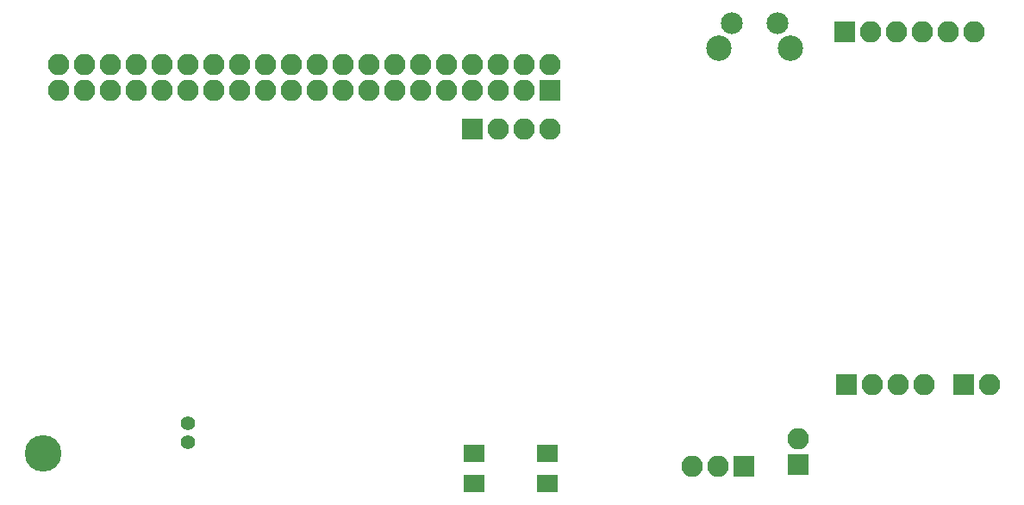
<source format=gbs>
G04 #@! TF.GenerationSoftware,KiCad,Pcbnew,5.0.0*
G04 #@! TF.CreationDate,2018-08-01T03:46:19+02:00*
G04 #@! TF.ProjectId,mokki-dev-board,6D6F6B6B692D6465762D626F6172642E,rev?*
G04 #@! TF.SameCoordinates,Original*
G04 #@! TF.FileFunction,Soldermask,Bot*
G04 #@! TF.FilePolarity,Negative*
%FSLAX46Y46*%
G04 Gerber Fmt 4.6, Leading zero omitted, Abs format (unit mm)*
G04 Created by KiCad (PCBNEW 5.0.0) date Wed Aug  1 03:46:19 2018*
%MOMM*%
%LPD*%
G01*
G04 APERTURE LIST*
%ADD10O,2.100000X2.100000*%
%ADD11R,2.100000X2.100000*%
%ADD12C,1.400000*%
%ADD13C,2.500000*%
%ADD14C,2.150000*%
%ADD15R,2.000000X1.800000*%
%ADD16C,3.600000*%
G04 APERTURE END LIST*
D10*
G04 #@! TO.C,SW1*
X166280000Y-126749000D03*
X168820000Y-126749000D03*
D11*
X171360000Y-126749000D03*
G04 #@! TD*
D10*
G04 #@! TO.C,J6*
X104050000Y-87220000D03*
X104050000Y-89760000D03*
X106590000Y-87220000D03*
X106590000Y-89760000D03*
X109130000Y-87220000D03*
X109130000Y-89760000D03*
X111670000Y-87220000D03*
X111670000Y-89760000D03*
X114210000Y-87220000D03*
X114210000Y-89760000D03*
X116750000Y-87220000D03*
X116750000Y-89760000D03*
X119290000Y-87220000D03*
X119290000Y-89760000D03*
X121830000Y-87220000D03*
X121830000Y-89760000D03*
X124370000Y-87220000D03*
X124370000Y-89760000D03*
X126910000Y-87220000D03*
X126910000Y-89760000D03*
X129450000Y-87220000D03*
X129450000Y-89760000D03*
X131990000Y-87220000D03*
X131990000Y-89760000D03*
X134530000Y-87220000D03*
X134530000Y-89760000D03*
X137070000Y-87220000D03*
X137070000Y-89760000D03*
X139610000Y-87220000D03*
X139610000Y-89760000D03*
X142150000Y-87220000D03*
X142150000Y-89760000D03*
X144690000Y-87220000D03*
X144690000Y-89760000D03*
X147230000Y-87220000D03*
X147230000Y-89760000D03*
X149770000Y-87220000D03*
X149770000Y-89760000D03*
X152310000Y-87220000D03*
D11*
X152310000Y-89760000D03*
G04 #@! TD*
G04 #@! TO.C,J5*
X192950000Y-118749000D03*
D10*
X195490000Y-118749000D03*
G04 #@! TD*
D11*
G04 #@! TO.C,J2*
X181484000Y-118749000D03*
D10*
X184024000Y-118749000D03*
X186564000Y-118749000D03*
X189104000Y-118749000D03*
G04 #@! TD*
D12*
G04 #@! TO.C,Y2*
X116732433Y-122527231D03*
X116732433Y-124427231D03*
G04 #@! TD*
D10*
G04 #@! TO.C,J3*
X152310000Y-93570000D03*
X149770000Y-93570000D03*
X147230000Y-93570000D03*
D11*
X144690000Y-93570000D03*
G04 #@! TD*
D13*
G04 #@! TO.C,SW6*
X168922000Y-85646000D03*
D14*
X170172000Y-83156000D03*
X174672000Y-83156000D03*
D13*
X175932000Y-85646000D03*
G04 #@! TD*
D11*
G04 #@! TO.C,BT1*
X176694000Y-126564600D03*
D10*
X176694000Y-124024600D03*
G04 #@! TD*
D15*
G04 #@! TO.C,SW2*
X144900000Y-125500000D03*
X152100000Y-125500000D03*
X144900000Y-128500000D03*
X152100000Y-128500000D03*
G04 #@! TD*
D11*
G04 #@! TO.C,J4*
X181266000Y-84000000D03*
D10*
X183806000Y-84000000D03*
X186346000Y-84000000D03*
X188886000Y-84000000D03*
X191426000Y-84000000D03*
X193966000Y-84000000D03*
G04 #@! TD*
D16*
G04 #@! TO.C,REF\002A\002A*
X102500000Y-125500000D03*
G04 #@! TD*
M02*

</source>
